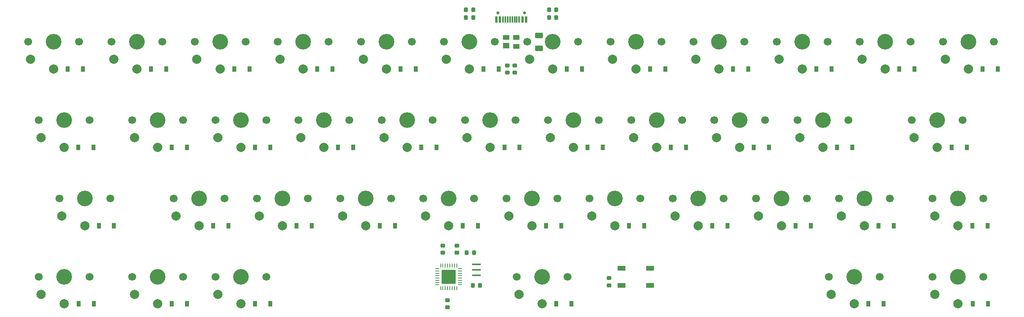
<source format=gbr>
%TF.GenerationSoftware,KiCad,Pcbnew,(5.99.0-9650-gad505e29c0)*%
%TF.CreationDate,2021-03-23T23:02:50-07:00*%
%TF.ProjectId,Choc40,43686f63-3430-42e6-9b69-6361645f7063,rev?*%
%TF.SameCoordinates,Original*%
%TF.FileFunction,Soldermask,Bot*%
%TF.FilePolarity,Negative*%
%FSLAX46Y46*%
G04 Gerber Fmt 4.6, Leading zero omitted, Abs format (unit mm)*
G04 Created by KiCad (PCBNEW (5.99.0-9650-gad505e29c0)) date 2021-03-23 23:02:50*
%MOMM*%
%LPD*%
G01*
G04 APERTURE LIST*
G04 Aperture macros list*
%AMRoundRect*
0 Rectangle with rounded corners*
0 $1 Rounding radius*
0 $2 $3 $4 $5 $6 $7 $8 $9 X,Y pos of 4 corners*
0 Add a 4 corners polygon primitive as box body*
4,1,4,$2,$3,$4,$5,$6,$7,$8,$9,$2,$3,0*
0 Add four circle primitives for the rounded corners*
1,1,$1+$1,$2,$3*
1,1,$1+$1,$4,$5*
1,1,$1+$1,$6,$7*
1,1,$1+$1,$8,$9*
0 Add four rect primitives between the rounded corners*
20,1,$1+$1,$2,$3,$4,$5,0*
20,1,$1+$1,$4,$5,$6,$7,0*
20,1,$1+$1,$6,$7,$8,$9,0*
20,1,$1+$1,$8,$9,$2,$3,0*%
G04 Aperture macros list end*
%ADD10C,1.700000*%
%ADD11C,3.400000*%
%ADD12C,2.000000*%
%ADD13R,0.900000X1.200000*%
%ADD14C,0.650000*%
%ADD15R,0.600000X1.450000*%
%ADD16R,0.300000X1.450000*%
%ADD17RoundRect,0.218750X0.256250X-0.218750X0.256250X0.218750X-0.256250X0.218750X-0.256250X-0.218750X0*%
%ADD18RoundRect,0.218750X0.218750X0.256250X-0.218750X0.256250X-0.218750X-0.256250X0.218750X-0.256250X0*%
%ADD19RoundRect,0.218750X-0.218750X-0.256250X0.218750X-0.256250X0.218750X0.256250X-0.218750X0.256250X0*%
%ADD20RoundRect,0.218750X-0.256250X0.218750X-0.256250X-0.218750X0.256250X-0.218750X0.256250X0.218750X0*%
%ADD21R,1.400000X1.200000*%
%ADD22R,1.400000X1.000000*%
%ADD23RoundRect,0.250000X0.625000X-0.375000X0.625000X0.375000X-0.625000X0.375000X-0.625000X-0.375000X0*%
%ADD24R,1.800000X1.100000*%
%ADD25R,1.900000X0.400000*%
%ADD26RoundRect,0.062500X0.375000X0.062500X-0.375000X0.062500X-0.375000X-0.062500X0.375000X-0.062500X0*%
%ADD27RoundRect,0.062500X0.062500X0.375000X-0.062500X0.375000X-0.062500X-0.375000X0.062500X-0.375000X0*%
%ADD28RoundRect,0.249999X1.300001X1.300001X-1.300001X1.300001X-1.300001X-1.300001X1.300001X-1.300001X0*%
G04 APERTURE END LIST*
D10*
%TO.C,SW1*%
X28500000Y-33500000D03*
X39500000Y-33500000D03*
D11*
X34000000Y-33500000D03*
D12*
X34000000Y-39400000D03*
X29000000Y-37300000D03*
%TD*%
D10*
%TO.C,SW39*%
X201750000Y-84500000D03*
D11*
X207250000Y-84500000D03*
D10*
X212750000Y-84500000D03*
D12*
X207250000Y-90400000D03*
X202250000Y-88300000D03*
%TD*%
D10*
%TO.C,SW27*%
X96000000Y-67500000D03*
D11*
X101500000Y-67500000D03*
D10*
X107000000Y-67500000D03*
D12*
X101500000Y-73400000D03*
X96500000Y-71300000D03*
%TD*%
D10*
%TO.C,SW32*%
X197000000Y-67500000D03*
D11*
X191500000Y-67500000D03*
D10*
X186000000Y-67500000D03*
D12*
X191500000Y-73400000D03*
X186500000Y-71300000D03*
%TD*%
D10*
%TO.C,SW7*%
X147500000Y-33500000D03*
X136500000Y-33500000D03*
D11*
X142000000Y-33500000D03*
D12*
X142000000Y-39400000D03*
X137000000Y-37300000D03*
%TD*%
D11*
%TO.C,SW4*%
X88000000Y-33500000D03*
D10*
X82500000Y-33500000D03*
X93500000Y-33500000D03*
D12*
X88000000Y-39400000D03*
X83000000Y-37300000D03*
%TD*%
D11*
%TO.C,SW12*%
X232000000Y-33500000D03*
D10*
X237500000Y-33500000D03*
X226500000Y-33500000D03*
D12*
X232000000Y-39400000D03*
X227000000Y-37300000D03*
%TD*%
D11*
%TO.C,SW40*%
X229750000Y-84500000D03*
D10*
X224250000Y-84500000D03*
X235250000Y-84500000D03*
D12*
X229750000Y-90400000D03*
X224750000Y-88300000D03*
%TD*%
D11*
%TO.C,SW33a1*%
X209500000Y-67500000D03*
D10*
X204000000Y-67500000D03*
X215000000Y-67500000D03*
D12*
X209500000Y-73400000D03*
X204500000Y-71300000D03*
%TD*%
D10*
%TO.C,SW11*%
X208500000Y-33500000D03*
X219500000Y-33500000D03*
D11*
X214000000Y-33500000D03*
D12*
X214000000Y-39400000D03*
X209000000Y-37300000D03*
%TD*%
D10*
%TO.C,SW37*%
X80000000Y-84500000D03*
X69000000Y-84500000D03*
D11*
X74500000Y-84500000D03*
D12*
X74500000Y-90400000D03*
X69500000Y-88300000D03*
%TD*%
D10*
%TO.C,SW17*%
X105000000Y-50500000D03*
X116000000Y-50500000D03*
D11*
X110500000Y-50500000D03*
D12*
X110500000Y-56400000D03*
X105500000Y-54300000D03*
%TD*%
D10*
%TO.C,SW5*%
X100500000Y-33500000D03*
X111500000Y-33500000D03*
D11*
X106000000Y-33500000D03*
D12*
X106000000Y-39400000D03*
X101000000Y-37300000D03*
%TD*%
D11*
%TO.C,SW30*%
X155500000Y-67500000D03*
D10*
X150000000Y-67500000D03*
X161000000Y-67500000D03*
D12*
X155500000Y-73400000D03*
X150500000Y-71300000D03*
%TD*%
D10*
%TO.C,SW35*%
X30750000Y-84500000D03*
D11*
X36250000Y-84500000D03*
D10*
X41750000Y-84500000D03*
D12*
X36250000Y-90400000D03*
X31250000Y-88300000D03*
%TD*%
D10*
%TO.C,SW20*%
X159000000Y-50500000D03*
D11*
X164500000Y-50500000D03*
D10*
X170000000Y-50500000D03*
D12*
X164500000Y-56400000D03*
X159500000Y-54300000D03*
%TD*%
D10*
%TO.C,SW21*%
X177000000Y-50500000D03*
X188000000Y-50500000D03*
D11*
X182500000Y-50500000D03*
D12*
X182500000Y-56400000D03*
X177500000Y-54300000D03*
%TD*%
D10*
%TO.C,SW18*%
X123000000Y-50500000D03*
D11*
X128500000Y-50500000D03*
D10*
X134000000Y-50500000D03*
D12*
X128500000Y-56400000D03*
X123500000Y-54300000D03*
%TD*%
D10*
%TO.C,SW26*%
X78000000Y-67500000D03*
X89000000Y-67500000D03*
D11*
X83500000Y-67500000D03*
D12*
X83500000Y-73400000D03*
X78500000Y-71300000D03*
%TD*%
D10*
%TO.C,SW23*%
X230750000Y-50500000D03*
X219750000Y-50500000D03*
D11*
X225250000Y-50500000D03*
D12*
X225250000Y-56400000D03*
X220250000Y-54300000D03*
%TD*%
D10*
%TO.C,SW36*%
X62000000Y-84500000D03*
D11*
X56500000Y-84500000D03*
D10*
X51000000Y-84500000D03*
D12*
X56500000Y-90400000D03*
X51500000Y-88300000D03*
%TD*%
D10*
%TO.C,SW31*%
X168000000Y-67500000D03*
X179000000Y-67500000D03*
D11*
X173500000Y-67500000D03*
D12*
X173500000Y-73400000D03*
X168500000Y-71300000D03*
%TD*%
D11*
%TO.C,SW15*%
X74500000Y-50500000D03*
D10*
X69000000Y-50500000D03*
X80000000Y-50500000D03*
D12*
X74500000Y-56400000D03*
X69500000Y-54300000D03*
%TD*%
D10*
%TO.C,SW13*%
X41750000Y-50500000D03*
X30750000Y-50500000D03*
D11*
X36250000Y-50500000D03*
D12*
X36250000Y-56400000D03*
X31250000Y-54300000D03*
%TD*%
D10*
%TO.C,SW29*%
X132000000Y-67500000D03*
X143000000Y-67500000D03*
D11*
X137500000Y-67500000D03*
D12*
X137500000Y-73400000D03*
X132500000Y-71300000D03*
%TD*%
D10*
%TO.C,SW9*%
X172500000Y-33500000D03*
D11*
X178000000Y-33500000D03*
D10*
X183500000Y-33500000D03*
D12*
X178000000Y-39400000D03*
X173000000Y-37300000D03*
%TD*%
D11*
%TO.C,SW8*%
X160000000Y-33500000D03*
D10*
X154500000Y-33500000D03*
X165500000Y-33500000D03*
D12*
X160000000Y-39400000D03*
X155000000Y-37300000D03*
%TD*%
D11*
%TO.C,SW25*%
X65500000Y-67500000D03*
D10*
X71000000Y-67500000D03*
X60000000Y-67500000D03*
D12*
X65500000Y-73400000D03*
X60500000Y-71300000D03*
%TD*%
D10*
%TO.C,SW16*%
X98000000Y-50500000D03*
X87000000Y-50500000D03*
D11*
X92500000Y-50500000D03*
D12*
X92500000Y-56400000D03*
X87500000Y-54300000D03*
%TD*%
D10*
%TO.C,SW3*%
X64500000Y-33500000D03*
D11*
X70000000Y-33500000D03*
D10*
X75500000Y-33500000D03*
D12*
X70000000Y-39400000D03*
X65000000Y-37300000D03*
%TD*%
D11*
%TO.C,SW2*%
X52000000Y-33500000D03*
D10*
X57500000Y-33500000D03*
X46500000Y-33500000D03*
D12*
X52000000Y-39400000D03*
X47000000Y-37300000D03*
%TD*%
D11*
%TO.C,SW34a1*%
X229750000Y-67500000D03*
D10*
X235250000Y-67500000D03*
X224250000Y-67500000D03*
D12*
X229750000Y-73400000D03*
X224750000Y-71300000D03*
%TD*%
D10*
%TO.C,SW24*%
X46250000Y-67500000D03*
X35250000Y-67500000D03*
D11*
X40750000Y-67500000D03*
D12*
X40750000Y-73400000D03*
X35750000Y-71300000D03*
%TD*%
D11*
%TO.C,SW38*%
X139750000Y-84500000D03*
D10*
X134250000Y-84500000D03*
X145250000Y-84500000D03*
D12*
X139750000Y-90400000D03*
X134750000Y-88300000D03*
%TD*%
D10*
%TO.C,SW28*%
X114000000Y-67500000D03*
D11*
X119500000Y-67500000D03*
D10*
X125000000Y-67500000D03*
D12*
X119500000Y-73400000D03*
X114500000Y-71300000D03*
%TD*%
D11*
%TO.C,SW14*%
X56500000Y-50500000D03*
D10*
X62000000Y-50500000D03*
X51000000Y-50500000D03*
D12*
X56500000Y-56400000D03*
X51500000Y-54300000D03*
%TD*%
D10*
%TO.C,SW22*%
X195000000Y-50500000D03*
D11*
X200500000Y-50500000D03*
D10*
X206000000Y-50500000D03*
D12*
X200500000Y-56400000D03*
X195500000Y-54300000D03*
%TD*%
D11*
%TO.C,SW10*%
X196000000Y-33500000D03*
D10*
X190500000Y-33500000D03*
X201500000Y-33500000D03*
D12*
X196000000Y-39400000D03*
X191000000Y-37300000D03*
%TD*%
D10*
%TO.C,SW19*%
X152000000Y-50500000D03*
D11*
X146500000Y-50500000D03*
D10*
X141000000Y-50500000D03*
D12*
X146500000Y-56400000D03*
X141500000Y-54300000D03*
%TD*%
D11*
%TO.C,SW6*%
X124000000Y-33500000D03*
D10*
X129500000Y-33500000D03*
X118500000Y-33500000D03*
D12*
X124000000Y-39400000D03*
X119000000Y-37300000D03*
%TD*%
D13*
%TO.C,D34*%
X236150000Y-73400000D03*
X232850000Y-73400000D03*
%TD*%
D14*
%TO.C,USB1*%
X135890000Y-27165000D03*
X130110000Y-27165000D03*
D15*
X129775000Y-28610000D03*
X130550000Y-28610000D03*
D16*
X131250000Y-28610000D03*
X131750000Y-28610000D03*
X132250000Y-28610000D03*
X132750000Y-28610000D03*
X133250000Y-28610000D03*
X133750000Y-28610000D03*
X134250000Y-28610000D03*
X134750000Y-28610000D03*
D15*
X135450000Y-28610000D03*
X136225000Y-28610000D03*
%TD*%
D13*
%TO.C,D33*%
X215850000Y-73400000D03*
X212550000Y-73400000D03*
%TD*%
%TO.C,D21*%
X188850000Y-56400000D03*
X185550000Y-56400000D03*
%TD*%
%TO.C,D12*%
X238350000Y-39400000D03*
X235050000Y-39400000D03*
%TD*%
%TO.C,D11*%
X220350000Y-39400000D03*
X217050000Y-39400000D03*
%TD*%
%TO.C,D20*%
X170850000Y-56400000D03*
X167550000Y-56400000D03*
%TD*%
%TO.C,D13*%
X42600000Y-56400000D03*
X39300000Y-56400000D03*
%TD*%
D17*
%TO.C,C4*%
X121250000Y-79287500D03*
X121250000Y-77712500D03*
%TD*%
D13*
%TO.C,D18*%
X134850000Y-56400000D03*
X131550000Y-56400000D03*
%TD*%
D17*
%TO.C,R3*%
X132200000Y-40187500D03*
X132200000Y-38612500D03*
%TD*%
D13*
%TO.C,D31*%
X179850000Y-73400000D03*
X176550000Y-73400000D03*
%TD*%
D18*
%TO.C,R5*%
X124787500Y-26500000D03*
X123212500Y-26500000D03*
%TD*%
D13*
%TO.C,D8*%
X166350000Y-39400000D03*
X163050000Y-39400000D03*
%TD*%
D19*
%TO.C,C5*%
X123212500Y-28250000D03*
X124787500Y-28250000D03*
%TD*%
D13*
%TO.C,D29*%
X143850000Y-73400000D03*
X140550000Y-73400000D03*
%TD*%
D19*
%TO.C,R7*%
X141212500Y-28250000D03*
X142787500Y-28250000D03*
%TD*%
D13*
%TO.C,D2*%
X58350000Y-39400000D03*
X55050000Y-39400000D03*
%TD*%
%TO.C,D38*%
X146050000Y-90400000D03*
X142750000Y-90400000D03*
%TD*%
%TO.C,D16*%
X98850000Y-56400000D03*
X95550000Y-56400000D03*
%TD*%
%TO.C,D14*%
X62850000Y-56400000D03*
X59550000Y-56400000D03*
%TD*%
%TO.C,D26*%
X89850000Y-73400000D03*
X86550000Y-73400000D03*
%TD*%
D17*
%TO.C,R2*%
X133800000Y-40187500D03*
X133800000Y-38612500D03*
%TD*%
D13*
%TO.C,D36*%
X62850000Y-90400000D03*
X59550000Y-90400000D03*
%TD*%
D17*
%TO.C,R4*%
X119250000Y-91162500D03*
X119250000Y-89587500D03*
%TD*%
D13*
%TO.C,D6*%
X130350000Y-39400000D03*
X127050000Y-39400000D03*
%TD*%
%TO.C,D15*%
X80850000Y-56400000D03*
X77550000Y-56400000D03*
%TD*%
%TO.C,D17*%
X116850000Y-56400000D03*
X113550000Y-56400000D03*
%TD*%
D20*
%TO.C,R1*%
X154225000Y-84812500D03*
X154225000Y-86387500D03*
%TD*%
D19*
%TO.C,C2*%
X124712500Y-86400000D03*
X126287500Y-86400000D03*
%TD*%
D13*
%TO.C,D27*%
X107850000Y-73400000D03*
X104550000Y-73400000D03*
%TD*%
D21*
%TO.C,D41*%
X131900000Y-34270000D03*
D22*
X131900000Y-32550000D03*
X134100000Y-32550000D03*
X134100000Y-34450000D03*
%TD*%
D17*
%TO.C,C1*%
X118200000Y-79287500D03*
X118200000Y-77712500D03*
%TD*%
D13*
%TO.C,D23*%
X231650000Y-56400000D03*
X228350000Y-56400000D03*
%TD*%
%TO.C,D1*%
X40350000Y-39400000D03*
X37050000Y-39400000D03*
%TD*%
%TO.C,D24*%
X47050000Y-73400000D03*
X43750000Y-73400000D03*
%TD*%
%TO.C,D3*%
X76350000Y-39400000D03*
X73050000Y-39400000D03*
%TD*%
D23*
%TO.C,F1*%
X139000000Y-34900000D03*
X139000000Y-32100000D03*
%TD*%
D13*
%TO.C,D39*%
X213650000Y-90400000D03*
X210350000Y-90400000D03*
%TD*%
%TO.C,D37*%
X80850000Y-90400000D03*
X77550000Y-90400000D03*
%TD*%
%TO.C,D28*%
X125850000Y-73400000D03*
X122550000Y-73400000D03*
%TD*%
D24*
%TO.C,SW99*%
X163100000Y-82650000D03*
X156900000Y-86350000D03*
X163100000Y-86350000D03*
X156900000Y-82650000D03*
%TD*%
D13*
%TO.C,D22*%
X206850000Y-56400000D03*
X203550000Y-56400000D03*
%TD*%
%TO.C,D35*%
X42650000Y-90400000D03*
X39350000Y-90400000D03*
%TD*%
%TO.C,D4*%
X94350000Y-39400000D03*
X91050000Y-39400000D03*
%TD*%
D25*
%TO.C,Y1*%
X125500000Y-81800000D03*
X125500000Y-83000000D03*
X125500000Y-84200000D03*
%TD*%
D13*
%TO.C,D5*%
X112350000Y-39400000D03*
X109050000Y-39400000D03*
%TD*%
%TO.C,D40*%
X236250000Y-90400000D03*
X232950000Y-90400000D03*
%TD*%
%TO.C,D7*%
X148350000Y-39400000D03*
X145050000Y-39400000D03*
%TD*%
%TO.C,D19*%
X152850000Y-56400000D03*
X149550000Y-56400000D03*
%TD*%
%TO.C,D25*%
X71850000Y-73400000D03*
X68550000Y-73400000D03*
%TD*%
D19*
%TO.C,R6*%
X141212500Y-26500000D03*
X142787500Y-26500000D03*
%TD*%
D13*
%TO.C,D30*%
X161850000Y-73400000D03*
X158550000Y-73400000D03*
%TD*%
%TO.C,D10*%
X202350000Y-39400000D03*
X199050000Y-39400000D03*
%TD*%
D26*
%TO.C,U1*%
X121937500Y-82750000D03*
X121937500Y-83250000D03*
X121937500Y-83750000D03*
X121937500Y-84250000D03*
X121937500Y-84750000D03*
X121937500Y-85250000D03*
X121937500Y-85750000D03*
X121937500Y-86250000D03*
D27*
X121250000Y-86937500D03*
X120750000Y-86937500D03*
X120250000Y-86937500D03*
X119750000Y-86937500D03*
X119250000Y-86937500D03*
X118750000Y-86937500D03*
X118250000Y-86937500D03*
X117750000Y-86937500D03*
D26*
X117062500Y-86250000D03*
X117062500Y-85750000D03*
X117062500Y-85250000D03*
X117062500Y-84750000D03*
X117062500Y-84250000D03*
X117062500Y-83750000D03*
X117062500Y-83250000D03*
X117062500Y-82750000D03*
D27*
X117750000Y-82062500D03*
X118250000Y-82062500D03*
X118750000Y-82062500D03*
X119250000Y-82062500D03*
X119750000Y-82062500D03*
X120250000Y-82062500D03*
X120750000Y-82062500D03*
X121250000Y-82062500D03*
D28*
X119500000Y-84500000D03*
%TD*%
D19*
%TO.C,C3*%
X123412500Y-79250000D03*
X124987500Y-79250000D03*
%TD*%
D13*
%TO.C,D32*%
X197850000Y-73400000D03*
X194550000Y-73400000D03*
%TD*%
%TO.C,D9*%
X184350000Y-39400000D03*
X181050000Y-39400000D03*
%TD*%
M02*

</source>
